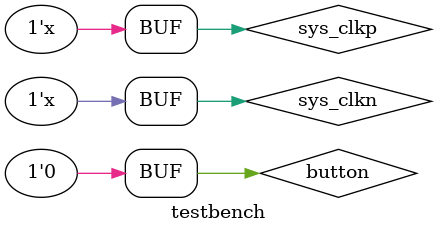
<source format=v>
`timescale 1ns / 100ps


module testbench();

    
    // wire up the module
    reg         button;
    wire [7:0]  led;
    
    // generate a clock signal
    reg     sys_clkn = 1;
    wire    sys_clkp;
    
    assign sys_clkp = ~sys_clkn;
    always begin 
        #5 sys_clkn = ~sys_clkn;
    end
    
    // wire up the module
    traffic #(
        .green_delay (6),
        .yellow_delay (4),
        .pedestrian_delay (10)
    ) module_under_test (
        .button (button),
        .led (led),
        
        .sys_clkn (sys_clkn),
        .sys_clkp (sys_clkp)
    );
    
    initial begin
        #0 button <= 0; 
        
        // pedestrian waiting @ NS green     
        #60_000_000 button <= 1; // @ 60 ms
        #10 button <= 0; 
        
        // pedestrian waiting @ NS yellow
        #50_000_000 button <= 1; // @ 110 ms
        #10 button <= 0;
        
        // pedestrian waiting @ EW green     
        #20_000_000 button <= 1; // @ 60 ms
        #1_000 button <= 0; 
        
        // pedestrian waiting @ EW yellow
        #48_000_000 button <= 1; // @ 110 ms
        #1_000 button <= 0;
    end
    
endmodule

</source>
